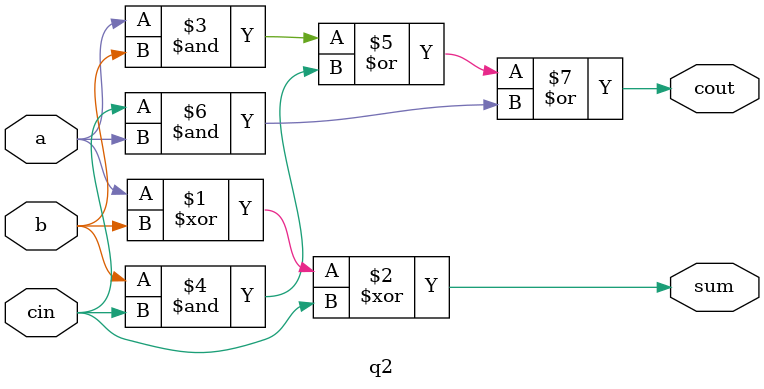
<source format=v>
module q2(a,b,cin,sum,cout);
input a,b,cin;
output sum,cout;
assign sum=a^b^cin;
assign cout=(a&b)|(b&cin)|(cin&a);
endmodule

</source>
